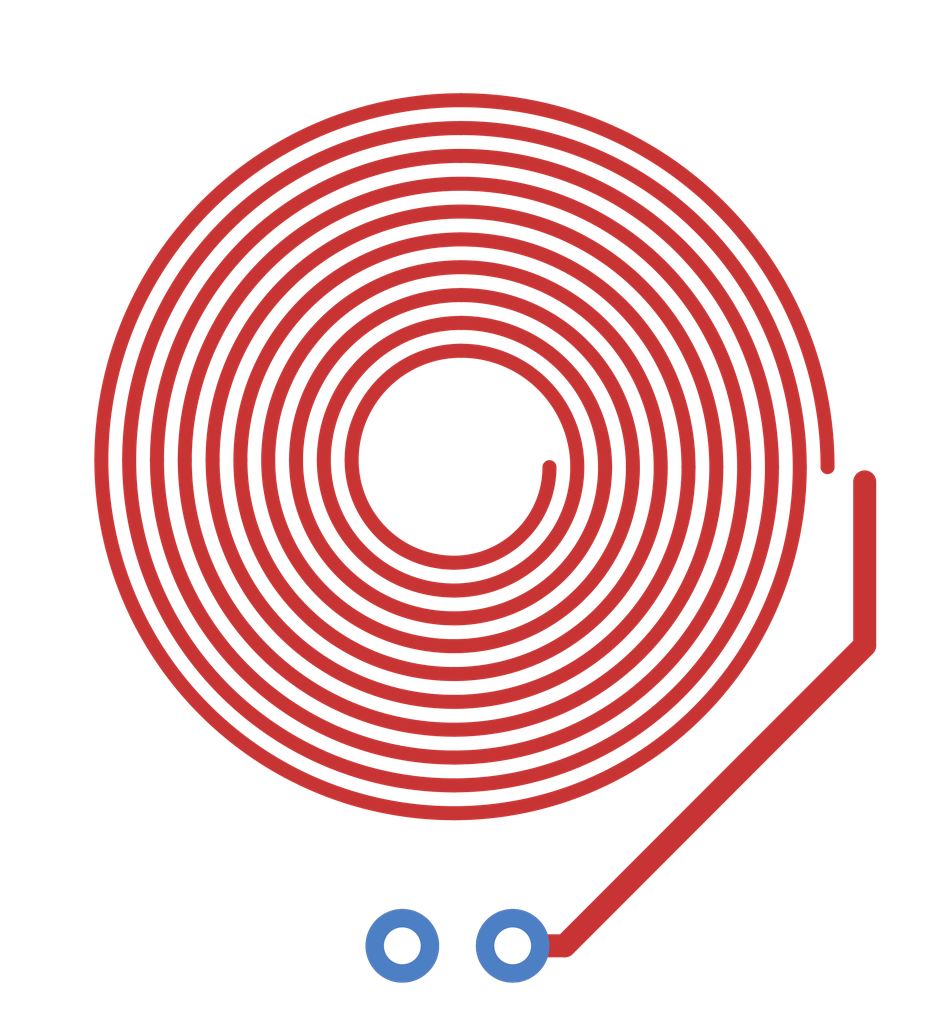
<source format=kicad_pcb>
(kicad_pcb (version 20171130) (host pcbnew "(5.1.9)-1")

  (general
    (thickness 1.6)
    (drawings 4)
    (tracks 5)
    (zones 0)
    (modules 1)
    (nets 1)
  )

  (page A4)
  (layers
    (0 F.Cu signal)
    (31 B.Cu signal)
    (32 B.Adhes user)
    (33 F.Adhes user)
    (34 B.Paste user)
    (35 F.Paste user)
    (36 B.SilkS user)
    (37 F.SilkS user)
    (38 B.Mask user)
    (39 F.Mask user)
    (40 Dwgs.User user)
    (41 Cmts.User user)
    (42 Eco1.User user)
    (43 Eco2.User user)
    (44 Edge.Cuts user)
    (45 Margin user)
    (46 B.CrtYd user)
    (47 F.CrtYd user)
    (48 B.Fab user)
    (49 F.Fab user)
  )

  (setup
    (last_trace_width 0.25)
    (trace_clearance 0.2)
    (zone_clearance 0.508)
    (zone_45_only no)
    (trace_min 0.2)
    (via_size 0.8)
    (via_drill 0.4)
    (via_min_size 0.4)
    (via_min_drill 0.3)
    (uvia_size 0.3)
    (uvia_drill 0.1)
    (uvias_allowed no)
    (uvia_min_size 0.2)
    (uvia_min_drill 0.1)
    (edge_width 0.05)
    (segment_width 0.2)
    (pcb_text_width 0.3)
    (pcb_text_size 1.5 1.5)
    (mod_edge_width 0.12)
    (mod_text_size 1 1)
    (mod_text_width 0.15)
    (pad_size 1.524 1.524)
    (pad_drill 0.762)
    (pad_to_mask_clearance 0)
    (aux_axis_origin 0 0)
    (visible_elements 7FFFFFFF)
    (pcbplotparams
      (layerselection 0x010fc_ffffffff)
      (usegerberextensions false)
      (usegerberattributes true)
      (usegerberadvancedattributes true)
      (creategerberjobfile true)
      (excludeedgelayer true)
      (linewidth 0.100000)
      (plotframeref false)
      (viasonmask false)
      (mode 1)
      (useauxorigin false)
      (hpglpennumber 1)
      (hpglpenspeed 20)
      (hpglpendiameter 15.000000)
      (psnegative false)
      (psa4output false)
      (plotreference true)
      (plotvalue true)
      (plotinvisibletext false)
      (padsonsilk false)
      (subtractmaskfromsilk false)
      (outputformat 1)
      (mirror false)
      (drillshape 1)
      (scaleselection 1)
      (outputdirectory ""))
  )

  (net 0 "")

  (net_class Default "This is the default net class."
    (clearance 0.2)
    (trace_width 0.25)
    (via_dia 0.8)
    (via_drill 0.4)
    (uvia_dia 0.3)
    (uvia_drill 0.1)
  )

  (module "spiki-master:test (P0.3024, S0.15)" (layer F.Cu) (tedit 608075D7) (tstamp 6080E317)
    (at 156.9 85.9)
    (descr "spiral inductor")
    (tags SMD)
    (fp_text reference "" (at 0 0) (layer F.Cu)
      (effects (font (size 1 1) (thickness 0.15)))
    )
    (fp_text value LLL (at 0 1) (layer F.Fab)
      (effects (font (size 1 1) (thickness 0.15)))
    )
    (fp_arc (start 0.0378 0) (end 0.0378 -3.9862) (angle 90) (layer F.Cu) (width 0.1524))
    (fp_arc (start 0.0378 -0.0756) (end -3.8728 -0.0756) (angle 90) (layer F.Cu) (width 0.1524))
    (fp_arc (start -0.0378 -0.0756) (end -0.0378 3.7594) (angle 90) (layer F.Cu) (width 0.1524))
    (fp_arc (start -0.0378 0) (end 3.7216 0) (angle 90) (layer F.Cu) (width 0.1524))
    (fp_arc (start 0.0378 0) (end 0.0378 -3.6838) (angle 90) (layer F.Cu) (width 0.1524))
    (fp_arc (start 0.0378 -0.0756) (end -3.5704 -0.0756) (angle 90) (layer F.Cu) (width 0.1524))
    (fp_arc (start -0.0378 -0.0756) (end -0.0378 3.457) (angle 90) (layer F.Cu) (width 0.1524))
    (fp_arc (start -0.0378 0) (end 3.4192 0) (angle 90) (layer F.Cu) (width 0.1524))
    (fp_arc (start 0.0378 0) (end 0.0378 -3.3814) (angle 90) (layer F.Cu) (width 0.1524))
    (fp_arc (start 0.0378 -0.0756) (end -3.268 -0.0756) (angle 90) (layer F.Cu) (width 0.1524))
    (fp_arc (start -0.0378 -0.0756) (end -0.0378 3.1546) (angle 90) (layer F.Cu) (width 0.1524))
    (fp_arc (start -0.0378 0) (end 3.1168 0) (angle 90) (layer F.Cu) (width 0.1524))
    (fp_arc (start 0.0378 0) (end 0.0378 -3.079) (angle 90) (layer F.Cu) (width 0.1524))
    (fp_arc (start 0.0378 -0.0756) (end -2.9656 -0.0756) (angle 90) (layer F.Cu) (width 0.1524))
    (fp_arc (start -0.0378 -0.0756) (end -0.0378 2.8522) (angle 90) (layer F.Cu) (width 0.1524))
    (fp_arc (start -0.0378 0) (end 2.8144 0) (angle 90) (layer F.Cu) (width 0.1524))
    (fp_arc (start 0.0378 0) (end 0.0378 -2.7766) (angle 90) (layer F.Cu) (width 0.1524))
    (fp_arc (start 0.0378 -0.0756) (end -2.6632 -0.0756) (angle 90) (layer F.Cu) (width 0.1524))
    (fp_arc (start -0.0378 -0.0756) (end -0.0378 2.5498) (angle 90) (layer F.Cu) (width 0.1524))
    (fp_arc (start -0.0378 0) (end 2.512 0) (angle 90) (layer F.Cu) (width 0.1524))
    (fp_arc (start 0.0378 0) (end 0.0378 -2.4742) (angle 90) (layer F.Cu) (width 0.1524))
    (fp_arc (start 0.0378 -0.0756) (end -2.3608 -0.0756) (angle 90) (layer F.Cu) (width 0.1524))
    (fp_arc (start -0.0378 -0.0756) (end -0.0378 2.2474) (angle 90) (layer F.Cu) (width 0.1524))
    (fp_arc (start -0.0378 0) (end 2.2096 0) (angle 90) (layer F.Cu) (width 0.1524))
    (fp_arc (start 0.0378 0) (end 0.0378 -2.1718) (angle 90) (layer F.Cu) (width 0.1524))
    (fp_arc (start 0.0378 -0.0756) (end -2.0584 -0.0756) (angle 90) (layer F.Cu) (width 0.1524))
    (fp_arc (start -0.0378 -0.0756) (end -0.0378 1.945) (angle 90) (layer F.Cu) (width 0.1524))
    (fp_arc (start -0.0378 0) (end 1.9072 0) (angle 90) (layer F.Cu) (width 0.1524))
    (fp_arc (start 0.0378 0) (end 0.0378 -1.8694) (angle 90) (layer F.Cu) (width 0.1524))
    (fp_arc (start 0.0378 -0.0756) (end -1.756 -0.0756) (angle 90) (layer F.Cu) (width 0.1524))
    (fp_arc (start -0.0378 -0.0756) (end -0.0378 1.6426) (angle 90) (layer F.Cu) (width 0.1524))
    (fp_arc (start -0.0378 0) (end 1.6048 0) (angle 90) (layer F.Cu) (width 0.1524))
    (fp_arc (start 0.0378 0) (end 0.0378 -1.567) (angle 90) (layer F.Cu) (width 0.1524))
    (fp_arc (start 0.0378 -0.0756) (end -1.4536 -0.0756) (angle 90) (layer F.Cu) (width 0.1524))
    (fp_arc (start -0.0378 -0.0756) (end -0.0378 1.3402) (angle 90) (layer F.Cu) (width 0.1524))
    (fp_arc (start -0.0378 0) (end 1.3024 0) (angle 90) (layer F.Cu) (width 0.1524))
    (fp_arc (start 0.0378 0) (end 0.0378 -1.2646) (angle 90) (layer F.Cu) (width 0.1524))
    (fp_arc (start 0.0378 -0.0756) (end -1.1512 -0.0756) (angle 90) (layer F.Cu) (width 0.1524))
    (fp_arc (start -0.0378 -0.0756) (end -0.0378 1.0378) (angle 90) (layer F.Cu) (width 0.1524))
    (fp_arc (start -0.0378 0) (end 1 0) (angle 90) (layer F.Cu) (width 0.1524))
    (pad 2 smd rect (at 4.024 0) (size 0.0762 0.0762) (layers F.Cu F.Paste F.Mask))
    (pad 1 smd rect (at 1 0) (size 0.0762 0.0762) (layers F.Cu F.Paste F.Mask))
  )

  (gr_line (start 162 80.9) (end 152 80.9) (layer Dwgs.User) (width 0.15) (tstamp 60819840))
  (gr_line (start 162 91.9) (end 162 80.9) (layer Dwgs.User) (width 0.15))
  (gr_line (start 152 91.9) (end 162 91.9) (layer Dwgs.User) (width 0.15))
  (gr_line (start 152 80.9) (end 152 91.9) (layer Dwgs.User) (width 0.15))

  (via (at 156.3 91.1) (size 0.8) (drill 0.4) (layers F.Cu B.Cu) (net 0))
  (via (at 157.5 91.1) (size 0.8) (drill 0.4) (layers F.Cu B.Cu) (net 0))
  (segment (start 161.32777 87.837915) (end 161.32777 86.059863) (width 0.25) (layer F.Cu) (net 0))
  (segment (start 158.065685 91.1) (end 161.32777 87.837915) (width 0.25) (layer F.Cu) (net 0))
  (segment (start 157.5 91.1) (end 158.065685 91.1) (width 0.25) (layer F.Cu) (net 0))

)

</source>
